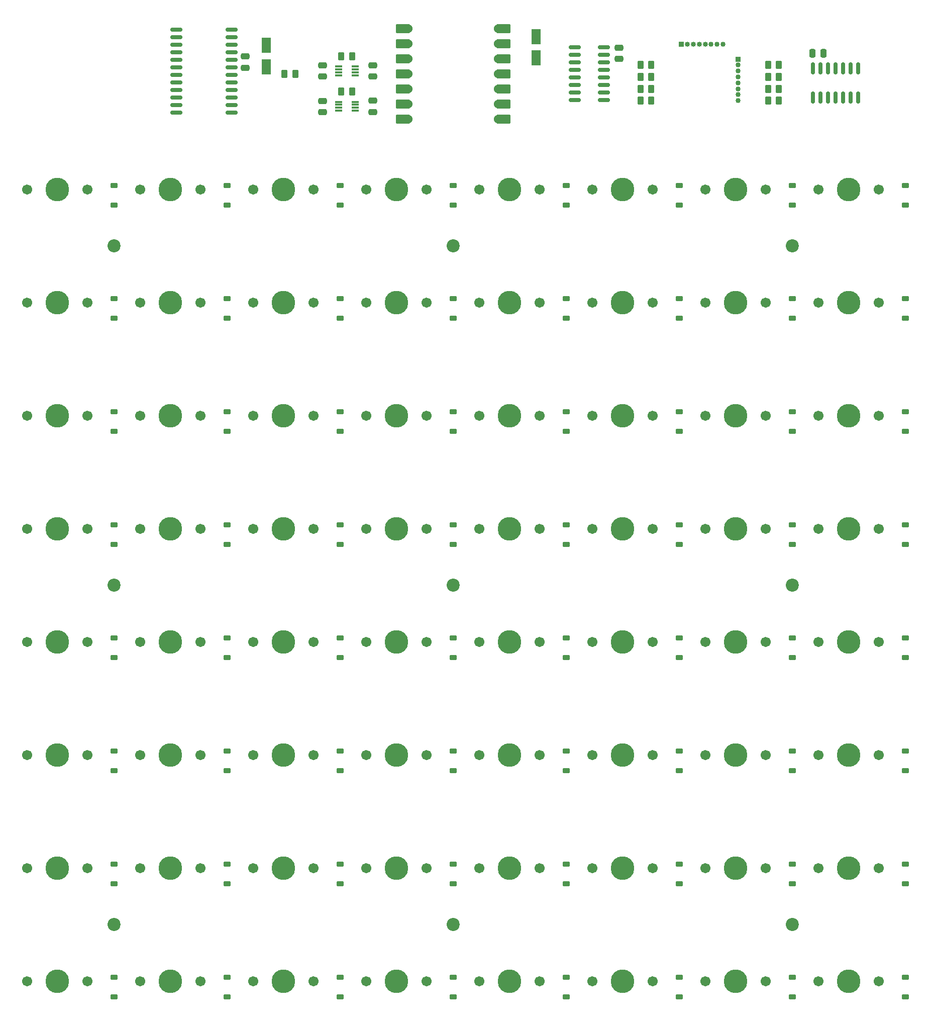
<source format=gts>
%TF.GenerationSoftware,KiCad,Pcbnew,9.0.2*%
%TF.CreationDate,2025-06-29T11:42:18-07:00*%
%TF.ProjectId,Grid64_v3,47726964-3634-45f7-9633-2e6b69636164,rev?*%
%TF.SameCoordinates,Original*%
%TF.FileFunction,Soldermask,Top*%
%TF.FilePolarity,Negative*%
%FSLAX46Y46*%
G04 Gerber Fmt 4.6, Leading zero omitted, Abs format (unit mm)*
G04 Created by KiCad (PCBNEW 9.0.2) date 2025-06-29 11:42:18*
%MOMM*%
%LPD*%
G01*
G04 APERTURE LIST*
G04 Aperture macros list*
%AMRoundRect*
0 Rectangle with rounded corners*
0 $1 Rounding radius*
0 $2 $3 $4 $5 $6 $7 $8 $9 X,Y pos of 4 corners*
0 Add a 4 corners polygon primitive as box body*
4,1,4,$2,$3,$4,$5,$6,$7,$8,$9,$2,$3,0*
0 Add four circle primitives for the rounded corners*
1,1,$1+$1,$2,$3*
1,1,$1+$1,$4,$5*
1,1,$1+$1,$6,$7*
1,1,$1+$1,$8,$9*
0 Add four rect primitives between the rounded corners*
20,1,$1+$1,$2,$3,$4,$5,0*
20,1,$1+$1,$4,$5,$6,$7,0*
20,1,$1+$1,$6,$7,$8,$9,0*
20,1,$1+$1,$8,$9,$2,$3,0*%
G04 Aperture macros list end*
%ADD10RoundRect,0.225000X-0.375000X0.225000X-0.375000X-0.225000X0.375000X-0.225000X0.375000X0.225000X0*%
%ADD11C,1.701800*%
%ADD12C,3.987800*%
%ADD13RoundRect,0.250000X-0.262500X-0.450000X0.262500X-0.450000X0.262500X0.450000X-0.262500X0.450000X0*%
%ADD14R,0.850000X0.850000*%
%ADD15C,0.850000*%
%ADD16RoundRect,0.250000X0.262500X0.450000X-0.262500X0.450000X-0.262500X-0.450000X0.262500X-0.450000X0*%
%ADD17RoundRect,0.250000X-0.475000X0.250000X-0.475000X-0.250000X0.475000X-0.250000X0.475000X0.250000X0*%
%ADD18C,2.200000*%
%ADD19RoundRect,0.087500X0.537500X0.087500X-0.537500X0.087500X-0.537500X-0.087500X0.537500X-0.087500X0*%
%ADD20RoundRect,0.250000X0.475000X-0.250000X0.475000X0.250000X-0.475000X0.250000X-0.475000X-0.250000X0*%
%ADD21RoundRect,0.250000X0.550000X-1.050000X0.550000X1.050000X-0.550000X1.050000X-0.550000X-1.050000X0*%
%ADD22RoundRect,0.150000X-0.875000X-0.150000X0.875000X-0.150000X0.875000X0.150000X-0.875000X0.150000X0*%
%ADD23RoundRect,0.150000X-0.825000X-0.150000X0.825000X-0.150000X0.825000X0.150000X-0.825000X0.150000X0*%
%ADD24RoundRect,0.150000X0.150000X-0.825000X0.150000X0.825000X-0.150000X0.825000X-0.150000X-0.825000X0*%
%ADD25RoundRect,0.152400X1.063600X0.609600X-1.063600X0.609600X-1.063600X-0.609600X1.063600X-0.609600X0*%
%ADD26C,1.524000*%
%ADD27RoundRect,0.152400X-1.063600X-0.609600X1.063600X-0.609600X1.063600X0.609600X-1.063600X0.609600X0*%
%ADD28RoundRect,0.250000X-0.250000X-0.475000X0.250000X-0.475000X0.250000X0.475000X-0.250000X0.475000X0*%
G04 APERTURE END LIST*
D10*
%TO.C,D47*%
X164623800Y-156671200D03*
X164623800Y-159971200D03*
%TD*%
%TO.C,D30*%
X145573800Y-118571200D03*
X145573800Y-121871200D03*
%TD*%
D11*
%TO.C,S60*%
X92868800Y-195421200D03*
D12*
X97948800Y-195421200D03*
D11*
X103028800Y-195421200D03*
%TD*%
%TO.C,S22*%
X130968800Y-100171200D03*
D12*
X136048800Y-100171200D03*
D11*
X141128800Y-100171200D03*
%TD*%
%TO.C,S38*%
X130968800Y-138271200D03*
D12*
X136048800Y-138271200D03*
D11*
X141128800Y-138271200D03*
%TD*%
%TO.C,S43*%
X73818800Y-157321200D03*
D12*
X78898800Y-157321200D03*
D11*
X83978800Y-157321200D03*
%TD*%
D10*
%TO.C,D3*%
X88423800Y-61421200D03*
X88423800Y-64721200D03*
%TD*%
D11*
%TO.C,S8*%
X169068800Y-62071200D03*
D12*
X174148800Y-62071200D03*
D11*
X179228800Y-62071200D03*
%TD*%
D10*
%TO.C,D10*%
X69373800Y-80471200D03*
X69373800Y-83771200D03*
%TD*%
D13*
%TO.C,R2*%
X88661225Y-39615000D03*
X90486225Y-39615000D03*
%TD*%
D10*
%TO.C,D8*%
X183673800Y-61421200D03*
X183673800Y-64721200D03*
%TD*%
%TO.C,D28*%
X107473800Y-118571200D03*
X107473800Y-121871200D03*
%TD*%
D11*
%TO.C,S35*%
X73818800Y-138271200D03*
D12*
X78898800Y-138271200D03*
D11*
X83978800Y-138271200D03*
%TD*%
%TO.C,S49*%
X35718800Y-176371200D03*
D12*
X40798800Y-176371200D03*
D11*
X45878800Y-176371200D03*
%TD*%
%TO.C,S9*%
X35718800Y-81121200D03*
D12*
X40798800Y-81121200D03*
D11*
X45878800Y-81121200D03*
%TD*%
D14*
%TO.C,J3*%
X155473725Y-40115000D03*
D15*
X155473725Y-41115000D03*
X155473725Y-42115000D03*
X155473725Y-43115000D03*
X155473725Y-44115000D03*
X155473725Y-45115000D03*
X155473725Y-46115000D03*
X155473725Y-47115000D03*
%TD*%
D10*
%TO.C,D43*%
X88423800Y-156671200D03*
X88423800Y-159971200D03*
%TD*%
D16*
%TO.C,R7*%
X162386225Y-47115000D03*
X160561225Y-47115000D03*
%TD*%
D11*
%TO.C,S5*%
X111918800Y-62071200D03*
D12*
X116998800Y-62071200D03*
D11*
X122078800Y-62071200D03*
%TD*%
D17*
%TO.C,C2*%
X85473725Y-47165000D03*
X85473725Y-49065000D03*
%TD*%
D18*
%TO.C,H5*%
X107473800Y-128746200D03*
%TD*%
%TO.C,H1*%
X50323800Y-71596200D03*
%TD*%
D10*
%TO.C,D58*%
X69373800Y-194771200D03*
X69373800Y-198071200D03*
%TD*%
D16*
%TO.C,R1*%
X80886225Y-42615000D03*
X79061225Y-42615000D03*
%TD*%
D19*
%TO.C,U3*%
X90973725Y-48815000D03*
X90973725Y-48315000D03*
X90973725Y-47815000D03*
X90973725Y-47315000D03*
X88173725Y-47315000D03*
X88173725Y-47815000D03*
X88173725Y-48315000D03*
X88173725Y-48815000D03*
%TD*%
D10*
%TO.C,D45*%
X126523800Y-156671200D03*
X126523800Y-159971200D03*
%TD*%
D18*
%TO.C,H3*%
X164623800Y-71596200D03*
%TD*%
D10*
%TO.C,D5*%
X126523800Y-61421200D03*
X126523800Y-64721200D03*
%TD*%
D11*
%TO.C,S27*%
X73818800Y-119221200D03*
D12*
X78898800Y-119221200D03*
D11*
X83978800Y-119221200D03*
%TD*%
D20*
%TO.C,C1*%
X93973725Y-47115000D03*
X93973725Y-49015000D03*
%TD*%
D10*
%TO.C,D36*%
X107473800Y-137621200D03*
X107473800Y-140921200D03*
%TD*%
D11*
%TO.C,S12*%
X92868800Y-81121200D03*
D12*
X97948800Y-81121200D03*
D11*
X103028800Y-81121200D03*
%TD*%
D10*
%TO.C,D59*%
X88423800Y-194771200D03*
X88423800Y-198071200D03*
%TD*%
D11*
%TO.C,S40*%
X169068800Y-138271200D03*
D12*
X174148800Y-138271200D03*
D11*
X179228800Y-138271200D03*
%TD*%
%TO.C,S17*%
X35718800Y-100171200D03*
D12*
X40798800Y-100171200D03*
D11*
X45878800Y-100171200D03*
%TD*%
%TO.C,S18*%
X54768800Y-100171200D03*
D12*
X59848800Y-100171200D03*
D11*
X64928800Y-100171200D03*
%TD*%
%TO.C,S16*%
X169068800Y-81121200D03*
D12*
X174148800Y-81121200D03*
D11*
X179228800Y-81121200D03*
%TD*%
D10*
%TO.C,D18*%
X69373800Y-99521200D03*
X69373800Y-102821200D03*
%TD*%
%TO.C,D6*%
X145573800Y-61421200D03*
X145573800Y-64721200D03*
%TD*%
D11*
%TO.C,S25*%
X35718800Y-119221200D03*
D12*
X40798800Y-119221200D03*
D11*
X45878800Y-119221200D03*
%TD*%
%TO.C,S61*%
X111918800Y-195421200D03*
D12*
X116998800Y-195421200D03*
D11*
X122078800Y-195421200D03*
%TD*%
%TO.C,S58*%
X54768800Y-195421200D03*
D12*
X59848800Y-195421200D03*
D11*
X64928800Y-195421200D03*
%TD*%
%TO.C,S31*%
X150018800Y-119221200D03*
D12*
X155098800Y-119221200D03*
D11*
X160178800Y-119221200D03*
%TD*%
D10*
%TO.C,D27*%
X88423800Y-118571200D03*
X88423800Y-121871200D03*
%TD*%
D11*
%TO.C,S32*%
X169068800Y-119221200D03*
D12*
X174148800Y-119221200D03*
D11*
X179228800Y-119221200D03*
%TD*%
%TO.C,S41*%
X35718800Y-157321200D03*
D12*
X40798800Y-157321200D03*
D11*
X45878800Y-157321200D03*
%TD*%
D20*
%TO.C,C7*%
X85473725Y-43065000D03*
X85473725Y-41165000D03*
%TD*%
D10*
%TO.C,D51*%
X88423800Y-175721200D03*
X88423800Y-179021200D03*
%TD*%
D18*
%TO.C,H2*%
X107473800Y-71596200D03*
%TD*%
%TO.C,H4*%
X50323800Y-128746200D03*
%TD*%
D10*
%TO.C,D19*%
X88423800Y-99521200D03*
X88423800Y-102821200D03*
%TD*%
%TO.C,D42*%
X69373800Y-156671200D03*
X69373800Y-159971200D03*
%TD*%
D18*
%TO.C,H7*%
X50323800Y-185896200D03*
%TD*%
D10*
%TO.C,D37*%
X126523800Y-137621200D03*
X126523800Y-140921200D03*
%TD*%
D16*
%TO.C,R5*%
X162386225Y-43115000D03*
X160561225Y-43115000D03*
%TD*%
D10*
%TO.C,D34*%
X69373800Y-137621200D03*
X69373800Y-140921200D03*
%TD*%
%TO.C,D50*%
X69373800Y-175721200D03*
X69373800Y-179021200D03*
%TD*%
%TO.C,D35*%
X88423800Y-137621200D03*
X88423800Y-140921200D03*
%TD*%
D21*
%TO.C,C9*%
X121473725Y-39915000D03*
X121473725Y-36315000D03*
%TD*%
D11*
%TO.C,S51*%
X73818800Y-176371200D03*
D12*
X78898800Y-176371200D03*
D11*
X83978800Y-176371200D03*
%TD*%
%TO.C,S7*%
X150018800Y-62071200D03*
D12*
X155098800Y-62071200D03*
D11*
X160178800Y-62071200D03*
%TD*%
%TO.C,S37*%
X111918800Y-138271200D03*
D12*
X116998800Y-138271200D03*
D11*
X122078800Y-138271200D03*
%TD*%
D20*
%TO.C,C5*%
X72473725Y-41565000D03*
X72473725Y-39665000D03*
%TD*%
D10*
%TO.C,D21*%
X126523800Y-99521200D03*
X126523800Y-102821200D03*
%TD*%
D11*
%TO.C,S14*%
X130968800Y-81121200D03*
D12*
X136048800Y-81121200D03*
D11*
X141128800Y-81121200D03*
%TD*%
D13*
%TO.C,R3*%
X88661225Y-45565000D03*
X90486225Y-45565000D03*
%TD*%
D11*
%TO.C,S1*%
X35718800Y-62071200D03*
D12*
X40798800Y-62071200D03*
D11*
X45878800Y-62071200D03*
%TD*%
D10*
%TO.C,D44*%
X107473800Y-156671200D03*
X107473800Y-159971200D03*
%TD*%
%TO.C,D41*%
X50323800Y-156671200D03*
X50323800Y-159971200D03*
%TD*%
D11*
%TO.C,S34*%
X54768800Y-138271200D03*
D12*
X59848800Y-138271200D03*
D11*
X64928800Y-138271200D03*
%TD*%
D10*
%TO.C,D54*%
X145573800Y-175721200D03*
X145573800Y-179021200D03*
%TD*%
D11*
%TO.C,S2*%
X54768800Y-62071200D03*
D12*
X59848800Y-62071200D03*
D11*
X64928800Y-62071200D03*
%TD*%
%TO.C,S63*%
X150018800Y-195421200D03*
D12*
X155098800Y-195421200D03*
D11*
X160178800Y-195421200D03*
%TD*%
%TO.C,S20*%
X92868800Y-100171200D03*
D12*
X97948800Y-100171200D03*
D11*
X103028800Y-100171200D03*
%TD*%
%TO.C,S13*%
X111918800Y-81121200D03*
D12*
X116998800Y-81121200D03*
D11*
X122078800Y-81121200D03*
%TD*%
D22*
%TO.C,LED1*%
X60823725Y-35130000D03*
X60823725Y-36400000D03*
X60823725Y-37670000D03*
X60823725Y-38940000D03*
X60823725Y-40210000D03*
X60823725Y-41480000D03*
X60823725Y-42750000D03*
X60823725Y-44020000D03*
X60823725Y-45290000D03*
X60823725Y-46560000D03*
X60823725Y-47830000D03*
X60823725Y-49100000D03*
X70123725Y-49100000D03*
X70123725Y-47830000D03*
X70123725Y-46560000D03*
X70123725Y-45290000D03*
X70123725Y-44020000D03*
X70123725Y-42750000D03*
X70123725Y-41480000D03*
X70123725Y-40210000D03*
X70123725Y-38940000D03*
X70123725Y-37670000D03*
X70123725Y-36400000D03*
X70123725Y-35130000D03*
%TD*%
D16*
%TO.C,R6*%
X162386225Y-45115000D03*
X160561225Y-45115000D03*
%TD*%
D10*
%TO.C,D57*%
X50323800Y-194771200D03*
X50323800Y-198071200D03*
%TD*%
%TO.C,D33*%
X50323800Y-137621200D03*
X50323800Y-140921200D03*
%TD*%
D11*
%TO.C,S3*%
X73818800Y-62071200D03*
D12*
X78898800Y-62071200D03*
D11*
X83978800Y-62071200D03*
%TD*%
D10*
%TO.C,D62*%
X145573800Y-194771200D03*
X145573800Y-198071200D03*
%TD*%
%TO.C,D15*%
X164623800Y-80471200D03*
X164623800Y-83771200D03*
%TD*%
D14*
%TO.C,J4*%
X145973725Y-37615000D03*
D15*
X146973725Y-37615000D03*
X147973725Y-37615000D03*
X148973725Y-37615000D03*
X149973725Y-37615000D03*
X150973725Y-37615000D03*
X151973725Y-37615000D03*
X152973725Y-37615000D03*
%TD*%
D11*
%TO.C,S56*%
X169068800Y-176371200D03*
D12*
X174148800Y-176371200D03*
D11*
X179228800Y-176371200D03*
%TD*%
%TO.C,S52*%
X92868800Y-176371200D03*
D12*
X97948800Y-176371200D03*
D11*
X103028800Y-176371200D03*
%TD*%
D10*
%TO.C,D7*%
X164623800Y-61421200D03*
X164623800Y-64721200D03*
%TD*%
D11*
%TO.C,S23*%
X150018800Y-100171200D03*
D12*
X155098800Y-100171200D03*
D11*
X160178800Y-100171200D03*
%TD*%
D21*
%TO.C,C8*%
X75973725Y-41415000D03*
X75973725Y-37815000D03*
%TD*%
D11*
%TO.C,S55*%
X150018800Y-176371200D03*
D12*
X155098800Y-176371200D03*
D11*
X160178800Y-176371200D03*
%TD*%
D10*
%TO.C,D56*%
X183673800Y-175721200D03*
X183673800Y-179021200D03*
%TD*%
D13*
%TO.C,R10*%
X139061225Y-45115000D03*
X140886225Y-45115000D03*
%TD*%
D11*
%TO.C,S36*%
X92868800Y-138271200D03*
D12*
X97948800Y-138271200D03*
D11*
X103028800Y-138271200D03*
%TD*%
%TO.C,S64*%
X169068800Y-195421200D03*
D12*
X174148800Y-195421200D03*
D11*
X179228800Y-195421200D03*
%TD*%
%TO.C,S39*%
X150018800Y-138271200D03*
D12*
X155098800Y-138271200D03*
D11*
X160178800Y-138271200D03*
%TD*%
D10*
%TO.C,D4*%
X107473800Y-61421200D03*
X107473800Y-64721200D03*
%TD*%
%TO.C,D32*%
X183673800Y-118571200D03*
X183673800Y-121871200D03*
%TD*%
D11*
%TO.C,S29*%
X111918800Y-119221200D03*
D12*
X116998800Y-119221200D03*
D11*
X122078800Y-119221200D03*
%TD*%
%TO.C,S57*%
X35718800Y-195421200D03*
D12*
X40798800Y-195421200D03*
D11*
X45878800Y-195421200D03*
%TD*%
%TO.C,S19*%
X73818800Y-100171200D03*
D12*
X78898800Y-100171200D03*
D11*
X83978800Y-100171200D03*
%TD*%
D10*
%TO.C,D29*%
X126523800Y-118571200D03*
X126523800Y-121871200D03*
%TD*%
D17*
%TO.C,C3*%
X135448725Y-38165000D03*
X135448725Y-40065000D03*
%TD*%
D10*
%TO.C,D9*%
X50323800Y-80471200D03*
X50323800Y-83771200D03*
%TD*%
D18*
%TO.C,H8*%
X107473800Y-185896200D03*
%TD*%
D11*
%TO.C,S30*%
X130968800Y-119221200D03*
D12*
X136048800Y-119221200D03*
D11*
X141128800Y-119221200D03*
%TD*%
D10*
%TO.C,D20*%
X107473800Y-99521200D03*
X107473800Y-102821200D03*
%TD*%
D11*
%TO.C,S24*%
X169068800Y-100171200D03*
D12*
X174148800Y-100171200D03*
D11*
X179228800Y-100171200D03*
%TD*%
%TO.C,S47*%
X150018800Y-157321200D03*
D12*
X155098800Y-157321200D03*
D11*
X160178800Y-157321200D03*
%TD*%
D10*
%TO.C,D25*%
X50323800Y-118571200D03*
X50323800Y-121871200D03*
%TD*%
D23*
%TO.C,PISO1*%
X127973725Y-38115000D03*
X127973725Y-39385000D03*
X127973725Y-40655000D03*
X127973725Y-41925000D03*
X127973725Y-43195000D03*
X127973725Y-44465000D03*
X127973725Y-45735000D03*
X127973725Y-47005000D03*
X132923725Y-47005000D03*
X132923725Y-45735000D03*
X132923725Y-44465000D03*
X132923725Y-43195000D03*
X132923725Y-41925000D03*
X132923725Y-40655000D03*
X132923725Y-39385000D03*
X132923725Y-38115000D03*
%TD*%
D20*
%TO.C,C6*%
X93973725Y-41165000D03*
X93973725Y-43065000D03*
%TD*%
D10*
%TO.C,D39*%
X164623800Y-137621200D03*
X164623800Y-140921200D03*
%TD*%
%TO.C,D22*%
X145573800Y-99521200D03*
X145573800Y-102821200D03*
%TD*%
D11*
%TO.C,S59*%
X73818800Y-195421200D03*
D12*
X78898800Y-195421200D03*
D11*
X83978800Y-195421200D03*
%TD*%
%TO.C,S62*%
X130968800Y-195421200D03*
D12*
X136048800Y-195421200D03*
D11*
X141128800Y-195421200D03*
%TD*%
D10*
%TO.C,D48*%
X183673800Y-156671200D03*
X183673800Y-159971200D03*
%TD*%
D16*
%TO.C,R4*%
X162386225Y-41115000D03*
X160561225Y-41115000D03*
%TD*%
D10*
%TO.C,D12*%
X107473800Y-80471200D03*
X107473800Y-83771200D03*
%TD*%
D11*
%TO.C,S15*%
X150018800Y-81121200D03*
D12*
X155098800Y-81121200D03*
D11*
X160178800Y-81121200D03*
%TD*%
D10*
%TO.C,D40*%
X183673800Y-137621200D03*
X183673800Y-140921200D03*
%TD*%
%TO.C,D2*%
X69373800Y-61421200D03*
X69373800Y-64721200D03*
%TD*%
%TO.C,D53*%
X126523800Y-175721200D03*
X126523800Y-179021200D03*
%TD*%
D11*
%TO.C,S46*%
X130968800Y-157321200D03*
D12*
X136048800Y-157321200D03*
D11*
X141128800Y-157321200D03*
%TD*%
D24*
%TO.C,SIPO1*%
X168163725Y-46590000D03*
X169433725Y-46590000D03*
X170703725Y-46590000D03*
X171973725Y-46590000D03*
X173243725Y-46590000D03*
X174513725Y-46590000D03*
X175783725Y-46590000D03*
X175783725Y-41640000D03*
X174513725Y-41640000D03*
X173243725Y-41640000D03*
X171973725Y-41640000D03*
X170703725Y-41640000D03*
X169433725Y-41640000D03*
X168163725Y-41640000D03*
%TD*%
D18*
%TO.C,H6*%
X164623800Y-128746200D03*
%TD*%
D10*
%TO.C,D31*%
X164623800Y-118571200D03*
X164623800Y-121871200D03*
%TD*%
D11*
%TO.C,S4*%
X92868800Y-62071200D03*
D12*
X97948800Y-62071200D03*
D11*
X103028800Y-62071200D03*
%TD*%
%TO.C,S21*%
X111918800Y-100171200D03*
D12*
X116998800Y-100171200D03*
D11*
X122078800Y-100171200D03*
%TD*%
%TO.C,S28*%
X92868800Y-119221200D03*
D12*
X97948800Y-119221200D03*
D11*
X103028800Y-119221200D03*
%TD*%
D10*
%TO.C,D14*%
X145573800Y-80471200D03*
X145573800Y-83771200D03*
%TD*%
D11*
%TO.C,S44*%
X92868800Y-157321200D03*
D12*
X97948800Y-157321200D03*
D11*
X103028800Y-157321200D03*
%TD*%
D13*
%TO.C,R11*%
X139061225Y-47115000D03*
X140886225Y-47115000D03*
%TD*%
%TO.C,R8*%
X139061225Y-41115000D03*
X140886225Y-41115000D03*
%TD*%
D10*
%TO.C,D64*%
X183673800Y-194771200D03*
X183673800Y-198071200D03*
%TD*%
%TO.C,D60*%
X107473800Y-194771200D03*
X107473800Y-198071200D03*
%TD*%
%TO.C,D63*%
X164623800Y-194771200D03*
X164623800Y-198071200D03*
%TD*%
D11*
%TO.C,S48*%
X169068800Y-157321200D03*
D12*
X174148800Y-157321200D03*
D11*
X179228800Y-157321200D03*
%TD*%
D10*
%TO.C,D17*%
X50323800Y-99521200D03*
X50323800Y-102821200D03*
%TD*%
D11*
%TO.C,S33*%
X35718800Y-138271200D03*
D12*
X40798800Y-138271200D03*
D11*
X45878800Y-138271200D03*
%TD*%
D10*
%TO.C,D24*%
X183673800Y-99521200D03*
X183673800Y-102821200D03*
%TD*%
D11*
%TO.C,S10*%
X54768800Y-81121200D03*
D12*
X59848800Y-81121200D03*
D11*
X64928800Y-81121200D03*
%TD*%
%TO.C,S45*%
X111918800Y-157321200D03*
D12*
X116998800Y-157321200D03*
D11*
X122078800Y-157321200D03*
%TD*%
D10*
%TO.C,D61*%
X126523800Y-194771200D03*
X126523800Y-198071200D03*
%TD*%
D13*
%TO.C,R9*%
X139061225Y-43115000D03*
X140886225Y-43115000D03*
%TD*%
D10*
%TO.C,D26*%
X69373800Y-118571200D03*
X69373800Y-121871200D03*
%TD*%
%TO.C,D23*%
X164623800Y-99521200D03*
X164623800Y-102821200D03*
%TD*%
D11*
%TO.C,S53*%
X111918800Y-176371200D03*
D12*
X116998800Y-176371200D03*
D11*
X122078800Y-176371200D03*
%TD*%
D10*
%TO.C,D46*%
X145573800Y-156671200D03*
X145573800Y-159971200D03*
%TD*%
D11*
%TO.C,S54*%
X130968800Y-176371200D03*
D12*
X136048800Y-176371200D03*
D11*
X141128800Y-176371200D03*
%TD*%
D10*
%TO.C,D55*%
X164623800Y-175721200D03*
X164623800Y-179021200D03*
%TD*%
%TO.C,D49*%
X50323800Y-175721200D03*
X50323800Y-179021200D03*
%TD*%
D11*
%TO.C,S11*%
X73818800Y-81121200D03*
D12*
X78898800Y-81121200D03*
D11*
X83978800Y-81121200D03*
%TD*%
%TO.C,S42*%
X54768800Y-157321200D03*
D12*
X59848800Y-157321200D03*
D11*
X64928800Y-157321200D03*
%TD*%
D10*
%TO.C,D11*%
X88423800Y-80471200D03*
X88423800Y-83771200D03*
%TD*%
D11*
%TO.C,S26*%
X54768800Y-119221200D03*
D12*
X59848800Y-119221200D03*
D11*
X64928800Y-119221200D03*
%TD*%
D18*
%TO.C,H9*%
X164623800Y-185896200D03*
%TD*%
D10*
%TO.C,D13*%
X126523800Y-80471200D03*
X126523800Y-83771200D03*
%TD*%
%TO.C,D1*%
X50323800Y-61421200D03*
X50323800Y-64721200D03*
%TD*%
D19*
%TO.C,U2*%
X90973725Y-42865000D03*
X90973725Y-42365000D03*
X90973725Y-41865000D03*
X90973725Y-41365000D03*
X88173725Y-41365000D03*
X88173725Y-41865000D03*
X88173725Y-42365000D03*
X88173725Y-42865000D03*
%TD*%
D25*
%TO.C,U1*%
X99018725Y-34995000D03*
D26*
X99853725Y-34995000D03*
D25*
X99018725Y-37535000D03*
D26*
X99853725Y-37535000D03*
D25*
X99018725Y-40075000D03*
D26*
X99853725Y-40075000D03*
D25*
X99018725Y-42615000D03*
D26*
X99853725Y-42615000D03*
D25*
X99018725Y-45155000D03*
D26*
X99853725Y-45155000D03*
D25*
X99018725Y-47695000D03*
D26*
X99853725Y-47695000D03*
D25*
X99018725Y-50235000D03*
D26*
X99853725Y-50235000D03*
X115093725Y-50235000D03*
D27*
X115928725Y-50235000D03*
D26*
X115093725Y-47695000D03*
D27*
X115928725Y-47695000D03*
D26*
X115093725Y-45155000D03*
D27*
X115928725Y-45155000D03*
D26*
X115093725Y-42615000D03*
D27*
X115928725Y-42615000D03*
D26*
X115093725Y-40075000D03*
D27*
X115928725Y-40075000D03*
D26*
X115093725Y-37535000D03*
D27*
X115928725Y-37535000D03*
D26*
X115093725Y-34995000D03*
D27*
X115928725Y-34995000D03*
%TD*%
D10*
%TO.C,D16*%
X183673800Y-80471200D03*
X183673800Y-83771200D03*
%TD*%
%TO.C,D52*%
X107473800Y-175721200D03*
X107473800Y-179021200D03*
%TD*%
D28*
%TO.C,C4*%
X168023725Y-39115000D03*
X169923725Y-39115000D03*
%TD*%
D10*
%TO.C,D38*%
X145573800Y-137621200D03*
X145573800Y-140921200D03*
%TD*%
D11*
%TO.C,S6*%
X130968800Y-62071200D03*
D12*
X136048800Y-62071200D03*
D11*
X141128800Y-62071200D03*
%TD*%
%TO.C,S50*%
X54768800Y-176371200D03*
D12*
X59848800Y-176371200D03*
D11*
X64928800Y-176371200D03*
%TD*%
M02*

</source>
